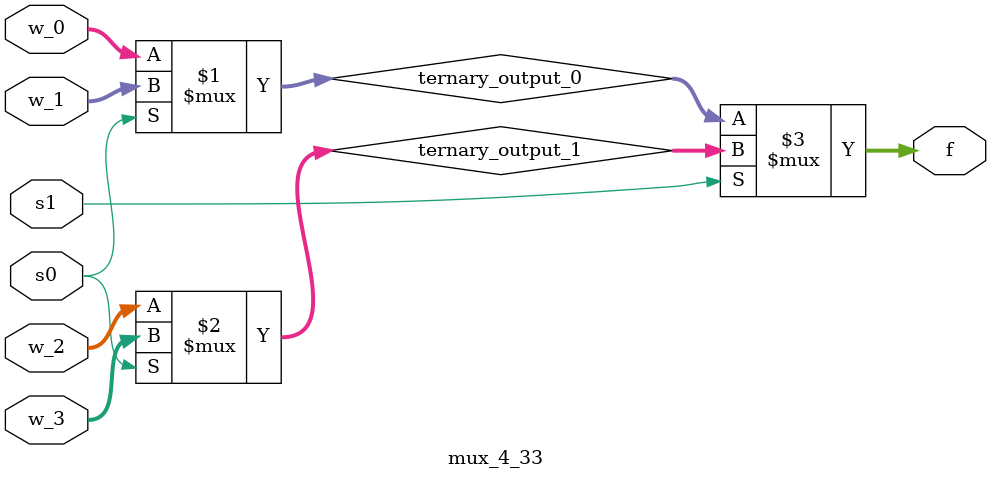
<source format=v>
module mux_4_33(w_0, w_1, w_2,w_3, f, s0, s1);
//Building 4x1 mux

input [32:0] w_0, w_1, w_2, w_3;
input s0,s1;
output [32:0] f;
 wire [32:0] ternary_output_0, ternary_output_1;
 
assign ternary_output_0 = s0 ? w_1 : w_0;
assign ternary_output_1 = s0 ? w_3 : w_2;
assign f = s1 ? ternary_output_1  : ternary_output_0;

endmodule
</source>
